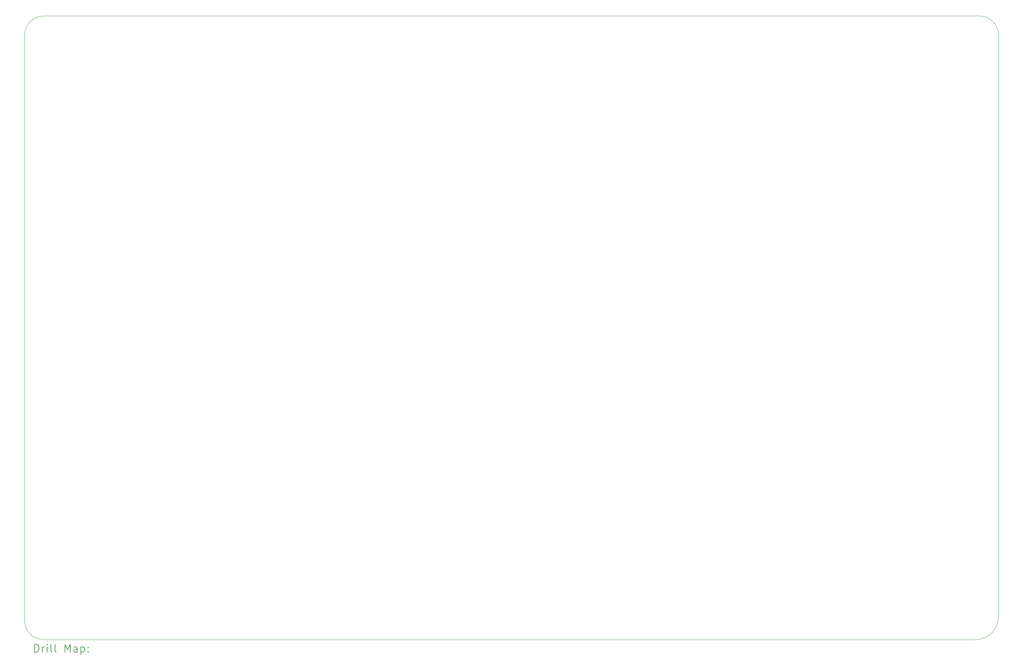
<source format=gbr>
%TF.GenerationSoftware,KiCad,Pcbnew,7.0.10*%
%TF.CreationDate,2024-05-11T12:56:40+02:00*%
%TF.ProjectId,LPF_HF+6,4c50465f-4846-42b3-962e-6b696361645f,rev?*%
%TF.SameCoordinates,Original*%
%TF.FileFunction,Drillmap*%
%TF.FilePolarity,Positive*%
%FSLAX45Y45*%
G04 Gerber Fmt 4.5, Leading zero omitted, Abs format (unit mm)*
G04 Created by KiCad (PCBNEW 7.0.10) date 2024-05-11 12:56:40*
%MOMM*%
%LPD*%
G01*
G04 APERTURE LIST*
%ADD10C,0.100000*%
%ADD11C,0.200000*%
G04 APERTURE END LIST*
D10*
X9665640Y-20826715D02*
G75*
G03*
X10165640Y-21326715I500000J0D01*
G01*
X34065640Y-21326715D02*
G75*
G03*
X34665640Y-20726715I0J600000D01*
G01*
X34065640Y-21326715D02*
X10165640Y-21326715D01*
X9665640Y-20826715D02*
X9665640Y-5826715D01*
X34665640Y-5826715D02*
X34665640Y-20726715D01*
X10165640Y-5326715D02*
X34165640Y-5326715D01*
X10165640Y-5326715D02*
G75*
G03*
X9665640Y-5826715I0J-500000D01*
G01*
X34665640Y-5826715D02*
G75*
G03*
X34165640Y-5326715I-500000J0D01*
G01*
D11*
X9921417Y-21643199D02*
X9921417Y-21443199D01*
X9921417Y-21443199D02*
X9969036Y-21443199D01*
X9969036Y-21443199D02*
X9997607Y-21452723D01*
X9997607Y-21452723D02*
X10016655Y-21471771D01*
X10016655Y-21471771D02*
X10026179Y-21490818D01*
X10026179Y-21490818D02*
X10035703Y-21528913D01*
X10035703Y-21528913D02*
X10035703Y-21557485D01*
X10035703Y-21557485D02*
X10026179Y-21595580D01*
X10026179Y-21595580D02*
X10016655Y-21614628D01*
X10016655Y-21614628D02*
X9997607Y-21633675D01*
X9997607Y-21633675D02*
X9969036Y-21643199D01*
X9969036Y-21643199D02*
X9921417Y-21643199D01*
X10121417Y-21643199D02*
X10121417Y-21509866D01*
X10121417Y-21547961D02*
X10130941Y-21528913D01*
X10130941Y-21528913D02*
X10140464Y-21519390D01*
X10140464Y-21519390D02*
X10159512Y-21509866D01*
X10159512Y-21509866D02*
X10178560Y-21509866D01*
X10245226Y-21643199D02*
X10245226Y-21509866D01*
X10245226Y-21443199D02*
X10235703Y-21452723D01*
X10235703Y-21452723D02*
X10245226Y-21462247D01*
X10245226Y-21462247D02*
X10254750Y-21452723D01*
X10254750Y-21452723D02*
X10245226Y-21443199D01*
X10245226Y-21443199D02*
X10245226Y-21462247D01*
X10369036Y-21643199D02*
X10349988Y-21633675D01*
X10349988Y-21633675D02*
X10340464Y-21614628D01*
X10340464Y-21614628D02*
X10340464Y-21443199D01*
X10473798Y-21643199D02*
X10454750Y-21633675D01*
X10454750Y-21633675D02*
X10445226Y-21614628D01*
X10445226Y-21614628D02*
X10445226Y-21443199D01*
X10702369Y-21643199D02*
X10702369Y-21443199D01*
X10702369Y-21443199D02*
X10769036Y-21586056D01*
X10769036Y-21586056D02*
X10835703Y-21443199D01*
X10835703Y-21443199D02*
X10835703Y-21643199D01*
X11016655Y-21643199D02*
X11016655Y-21538437D01*
X11016655Y-21538437D02*
X11007131Y-21519390D01*
X11007131Y-21519390D02*
X10988084Y-21509866D01*
X10988084Y-21509866D02*
X10949988Y-21509866D01*
X10949988Y-21509866D02*
X10930941Y-21519390D01*
X11016655Y-21633675D02*
X10997607Y-21643199D01*
X10997607Y-21643199D02*
X10949988Y-21643199D01*
X10949988Y-21643199D02*
X10930941Y-21633675D01*
X10930941Y-21633675D02*
X10921417Y-21614628D01*
X10921417Y-21614628D02*
X10921417Y-21595580D01*
X10921417Y-21595580D02*
X10930941Y-21576533D01*
X10930941Y-21576533D02*
X10949988Y-21567009D01*
X10949988Y-21567009D02*
X10997607Y-21567009D01*
X10997607Y-21567009D02*
X11016655Y-21557485D01*
X11111893Y-21509866D02*
X11111893Y-21709866D01*
X11111893Y-21519390D02*
X11130941Y-21509866D01*
X11130941Y-21509866D02*
X11169036Y-21509866D01*
X11169036Y-21509866D02*
X11188083Y-21519390D01*
X11188083Y-21519390D02*
X11197607Y-21528913D01*
X11197607Y-21528913D02*
X11207131Y-21547961D01*
X11207131Y-21547961D02*
X11207131Y-21605104D01*
X11207131Y-21605104D02*
X11197607Y-21624152D01*
X11197607Y-21624152D02*
X11188083Y-21633675D01*
X11188083Y-21633675D02*
X11169036Y-21643199D01*
X11169036Y-21643199D02*
X11130941Y-21643199D01*
X11130941Y-21643199D02*
X11111893Y-21633675D01*
X11292845Y-21624152D02*
X11302369Y-21633675D01*
X11302369Y-21633675D02*
X11292845Y-21643199D01*
X11292845Y-21643199D02*
X11283322Y-21633675D01*
X11283322Y-21633675D02*
X11292845Y-21624152D01*
X11292845Y-21624152D02*
X11292845Y-21643199D01*
X11292845Y-21519390D02*
X11302369Y-21528913D01*
X11302369Y-21528913D02*
X11292845Y-21538437D01*
X11292845Y-21538437D02*
X11283322Y-21528913D01*
X11283322Y-21528913D02*
X11292845Y-21519390D01*
X11292845Y-21519390D02*
X11292845Y-21538437D01*
M02*

</source>
